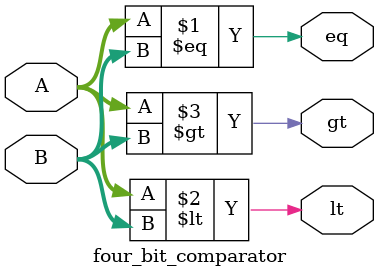
<source format=v>
module four_bit_comparator (
    input [3:0] A,
    input [3:0] B,
    output eq, // Output for equal (A == B)
    output lt, // Output for less than (A < B)
    output gt  // Output for greater than (A > B)
);

assign eq = (A == B);
assign lt = (A < B);
assign gt = (A > B);

endmodule

</source>
